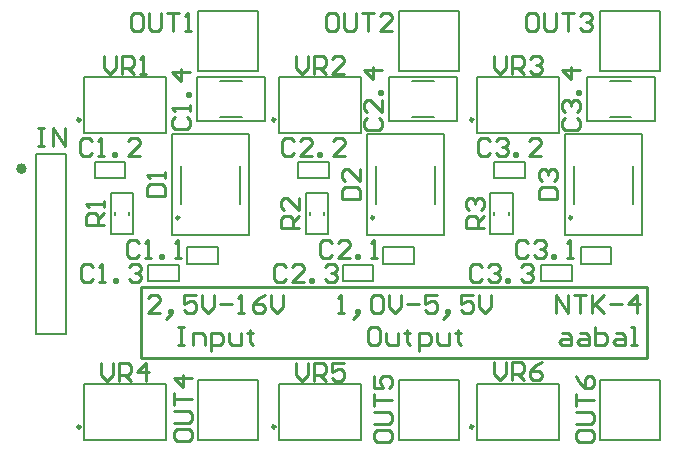
<source format=gto>
G04*
G04 #@! TF.GenerationSoftware,Altium Limited,Altium Designer,18.0.9 (584)*
G04*
G04 Layer_Color=65535*
%FSLAX43Y43*%
%MOMM*%
G71*
G01*
G75*
%ADD10C,0.300*%
%ADD11C,0.500*%
%ADD12C,0.250*%
%ADD13C,0.127*%
%ADD14C,0.200*%
%ADD15C,0.254*%
D10*
X39465Y2000D02*
G03*
X39465Y2000I-100J0D01*
G01*
X6215Y28000D02*
G03*
X6215Y28000I-100J0D01*
G01*
X22715Y2000D02*
G03*
X22715Y2000I-100J0D01*
G01*
X6215Y2000D02*
G03*
X6215Y2000I-100J0D01*
G01*
X22715Y28000D02*
G03*
X22715Y28000I-100J0D01*
G01*
X39465D02*
G03*
X39465Y28000I-100J0D01*
G01*
D11*
X1450Y23850D02*
G03*
X1450Y23850I-200J0D01*
G01*
D12*
X31100Y19700D02*
G03*
X31100Y19700I-125J0D01*
G01*
X14600Y19700D02*
G03*
X14600Y19700I-125J0D01*
G01*
X47850Y19700D02*
G03*
X47850Y19700I-125J0D01*
G01*
D13*
X39835Y880D02*
Y5580D01*
X46745D01*
Y880D02*
Y5580D01*
X39835Y880D02*
X46745D01*
X24700Y24450D02*
X27300D01*
X24700Y23050D02*
Y24450D01*
Y23050D02*
X27300D01*
Y24450D01*
X15300Y15800D02*
X17900D01*
Y17200D01*
X15300D02*
X17900D01*
X15300Y15800D02*
Y17200D01*
X7450Y24450D02*
X10050D01*
X7450Y23050D02*
Y24450D01*
Y23050D02*
X10050D01*
Y24450D01*
X11950Y14300D02*
Y15700D01*
X14550D01*
Y14300D02*
Y15700D01*
X11950Y14300D02*
X14550D01*
X31900Y15800D02*
Y17200D01*
X34500D01*
Y15800D02*
Y17200D01*
X31900Y15800D02*
X34500D01*
X28450Y14300D02*
X31050D01*
Y15700D01*
X28450D02*
X31050D01*
X28450Y14300D02*
Y15700D01*
X48600Y15800D02*
X51200D01*
Y17200D01*
X48600D02*
X51200D01*
X48600Y15800D02*
Y17200D01*
X41250Y24450D02*
X43850D01*
X41250Y23050D02*
Y24450D01*
Y23050D02*
X43850D01*
Y24450D01*
X45250Y14300D02*
Y15700D01*
X47850D01*
Y14300D02*
Y15700D01*
X45250Y14300D02*
X47850D01*
X16150Y27850D02*
X21850D01*
X16150D02*
Y31650D01*
X21850Y27850D02*
Y31650D01*
X16150D02*
X21850D01*
X49150Y27850D02*
X54850D01*
X49150D02*
Y31650D01*
X54850Y27850D02*
Y31650D01*
X49150D02*
X54850D01*
X6585Y26880D02*
X13495D01*
Y31580D01*
X6585D02*
X13495D01*
X6585Y26880D02*
Y31580D01*
X23085Y880D02*
Y5580D01*
X29995D01*
Y880D02*
Y5580D01*
X23085Y880D02*
X29995D01*
X40950Y18350D02*
Y21750D01*
X42850D01*
X40950Y18350D02*
X42850D01*
Y21750D01*
X30500Y18250D02*
Y26750D01*
X37000D01*
Y18250D02*
Y26750D01*
X30500Y18250D02*
X37000D01*
X6585Y880D02*
Y5580D01*
X13495D01*
Y880D02*
Y5580D01*
X6585Y880D02*
X13495D01*
X32400Y27850D02*
X38100D01*
X32400D02*
Y31650D01*
X38100Y27850D02*
Y31650D01*
X32400D02*
X38100D01*
X25300Y18350D02*
Y21750D01*
X27200D01*
X25300Y18350D02*
X27200D01*
Y21750D01*
X23085Y26880D02*
Y31580D01*
X29995D01*
Y26880D02*
Y31580D01*
X23085Y26880D02*
X29995D01*
X14000Y18250D02*
Y26750D01*
X20500D01*
Y18250D02*
Y26750D01*
X14000Y18250D02*
X20500D01*
X8800Y18350D02*
Y21750D01*
X10700D01*
X8800Y18350D02*
X10700D01*
Y21750D01*
X39835Y26880D02*
Y31580D01*
X46745D01*
Y26880D02*
Y31580D01*
X39835Y26880D02*
X46745D01*
X47250Y18250D02*
Y26750D01*
X53750D01*
Y18250D02*
Y26750D01*
X47250Y18250D02*
X53750D01*
D14*
X16230Y5997D02*
X21310D01*
X16230Y916D02*
Y5997D01*
X21310Y916D02*
Y5997D01*
X16230Y916D02*
X21310D01*
X50230Y5997D02*
X55310D01*
X50230Y916D02*
Y5997D01*
X55310Y916D02*
Y5997D01*
X50230Y916D02*
X55310D01*
X33230Y5997D02*
X38310D01*
X33230Y916D02*
Y5997D01*
X38310Y916D02*
Y5997D01*
X33230Y916D02*
X38310D01*
X50230Y37160D02*
X55310D01*
X50230Y32080D02*
Y37160D01*
X55310Y32080D02*
Y37160D01*
X50230Y32080D02*
X55310D01*
X33230Y37160D02*
X38310D01*
X33230Y32080D02*
Y37160D01*
X38310Y32080D02*
Y37160D01*
X33230Y32080D02*
X38310D01*
X16230Y37160D02*
X21310D01*
X16230Y32080D02*
Y37160D01*
X21310Y32080D02*
Y37160D01*
X16230Y32080D02*
X21310D01*
X18100Y28225D02*
X19900D01*
X18100Y31275D02*
X19900D01*
X51100Y28225D02*
X52900D01*
X51100Y31275D02*
X52900D01*
X41300Y19950D02*
Y20150D01*
X42500Y19950D02*
Y20150D01*
X31250Y20900D02*
Y24100D01*
X36250Y20900D02*
Y24100D01*
X34350Y28225D02*
X36150D01*
X34350Y31275D02*
X36150D01*
X25650Y19950D02*
Y20150D01*
X26850Y19950D02*
Y20150D01*
X2480Y9880D02*
X5020D01*
X2480Y25120D02*
X5020D01*
Y9880D02*
Y25120D01*
X2480Y9880D02*
Y25120D01*
X14750Y20900D02*
Y24100D01*
X19750Y20900D02*
Y24100D01*
X9150Y19950D02*
Y20150D01*
X10350Y19950D02*
Y20150D01*
X48000Y20900D02*
Y24100D01*
X53000Y20900D02*
Y24100D01*
D15*
X54250Y7857D02*
Y13831D01*
X11400Y7857D02*
X54250Y7857D01*
X11400Y7857D02*
Y13831D01*
X54250D01*
X46500Y11650D02*
Y13174D01*
X47516Y11650D01*
Y13174D01*
X48024D02*
X49039D01*
X48531D01*
Y11650D01*
X49547Y13174D02*
Y11650D01*
Y12158D01*
X50563Y13174D01*
X49801Y12412D01*
X50563Y11650D01*
X51071Y12412D02*
X52086D01*
X53356Y11650D02*
Y13174D01*
X52594Y12412D01*
X53610D01*
X47008Y9916D02*
X47516D01*
X47770Y9662D01*
Y8900D01*
X47008D01*
X46754Y9154D01*
X47008Y9408D01*
X47770D01*
X48531Y9916D02*
X49039D01*
X49293Y9662D01*
Y8900D01*
X48531D01*
X48277Y9154D01*
X48531Y9408D01*
X49293D01*
X49801Y10424D02*
Y8900D01*
X50563D01*
X50817Y9154D01*
Y9408D01*
Y9662D01*
X50563Y9916D01*
X49801D01*
X51578D02*
X52086D01*
X52340Y9662D01*
Y8900D01*
X51578D01*
X51324Y9154D01*
X51578Y9408D01*
X52340D01*
X52848Y8900D02*
X53356D01*
X53102D01*
Y10424D01*
X52848D01*
X28088Y11650D02*
X28596D01*
X28342D01*
Y13174D01*
X28088Y12920D01*
X29612Y11396D02*
X29866Y11650D01*
Y11904D01*
X29612D01*
Y11650D01*
X29866D01*
X29612Y11396D01*
X29358Y11142D01*
X30881Y12920D02*
X31135Y13174D01*
X31643D01*
X31897Y12920D01*
Y11904D01*
X31643Y11650D01*
X31135D01*
X30881Y11904D01*
Y12920D01*
X32405Y13174D02*
Y12158D01*
X32913Y11650D01*
X33421Y12158D01*
Y13174D01*
X33928Y12412D02*
X34944D01*
X36468Y13174D02*
X35452D01*
Y12412D01*
X35960Y12666D01*
X36214D01*
X36468Y12412D01*
Y11904D01*
X36214Y11650D01*
X35706D01*
X35452Y11904D01*
X37229Y11396D02*
X37483Y11650D01*
Y11904D01*
X37229D01*
Y11650D01*
X37483D01*
X37229Y11396D01*
X36975Y11142D01*
X39515Y13174D02*
X38499D01*
Y12412D01*
X39007Y12666D01*
X39261D01*
X39515Y12412D01*
Y11904D01*
X39261Y11650D01*
X38753D01*
X38499Y11904D01*
X40022Y13174D02*
Y12158D01*
X40530Y11650D01*
X41038Y12158D01*
Y13174D01*
X31389Y10424D02*
X30881D01*
X30627Y10170D01*
Y9154D01*
X30881Y8900D01*
X31389D01*
X31643Y9154D01*
Y10170D01*
X31389Y10424D01*
X32151Y9916D02*
Y9154D01*
X32405Y8900D01*
X33167D01*
Y9916D01*
X33928Y10170D02*
Y9916D01*
X33674D01*
X34182D01*
X33928D01*
Y9154D01*
X34182Y8900D01*
X34944Y8392D02*
Y9916D01*
X35706D01*
X35960Y9662D01*
Y9154D01*
X35706Y8900D01*
X34944D01*
X36468Y9916D02*
Y9154D01*
X36721Y8900D01*
X37483D01*
Y9916D01*
X38245Y10170D02*
Y9916D01*
X37991D01*
X38499D01*
X38245D01*
Y9154D01*
X38499Y8900D01*
X14539Y10424D02*
X15047D01*
X14793D01*
Y8900D01*
X14539D01*
X15047D01*
X15809D02*
Y9916D01*
X16571D01*
X16824Y9662D01*
Y8900D01*
X17332Y8392D02*
Y9916D01*
X18094D01*
X18348Y9662D01*
Y9154D01*
X18094Y8900D01*
X17332D01*
X18856Y9916D02*
Y9154D01*
X19110Y8900D01*
X19871D01*
Y9916D01*
X20633Y10170D02*
Y9916D01*
X20379D01*
X20887D01*
X20633D01*
Y9154D01*
X20887Y8900D01*
X13016Y11650D02*
X12000D01*
X13016Y12666D01*
Y12920D01*
X12762Y13174D01*
X12254D01*
X12000Y12920D01*
X13777Y11396D02*
X14031Y11650D01*
Y11904D01*
X13777D01*
Y11650D01*
X14031D01*
X13777Y11396D01*
X13524Y11142D01*
X16063Y13174D02*
X15047D01*
Y12412D01*
X15555Y12666D01*
X15809D01*
X16063Y12412D01*
Y11904D01*
X15809Y11650D01*
X15301D01*
X15047Y11904D01*
X16571Y13174D02*
Y12158D01*
X17078Y11650D01*
X17586Y12158D01*
Y13174D01*
X18094Y12412D02*
X19110D01*
X19618Y11650D02*
X20125D01*
X19871D01*
Y13174D01*
X19618Y12920D01*
X21903Y13174D02*
X21395Y12920D01*
X20887Y12412D01*
Y11904D01*
X21141Y11650D01*
X21649D01*
X21903Y11904D01*
Y12158D01*
X21649Y12412D01*
X20887D01*
X22411Y13174D02*
Y12158D01*
X22918Y11650D01*
X23426Y12158D01*
Y13174D01*
X41250Y7462D02*
Y6446D01*
X41758Y5938D01*
X42266Y6446D01*
Y7462D01*
X42774Y5938D02*
Y7462D01*
X43535D01*
X43789Y7208D01*
Y6700D01*
X43535Y6446D01*
X42774D01*
X43281D02*
X43789Y5938D01*
X45313Y7462D02*
X44805Y7208D01*
X44297Y6700D01*
Y6192D01*
X44551Y5938D01*
X45059D01*
X45313Y6192D01*
Y6446D01*
X45059Y6700D01*
X44297D01*
X8275Y33426D02*
Y32410D01*
X8783Y31902D01*
X9291Y32410D01*
Y33426D01*
X9799Y31902D02*
Y33426D01*
X10560D01*
X10814Y33172D01*
Y32664D01*
X10560Y32410D01*
X9799D01*
X10306D02*
X10814Y31902D01*
X11322D02*
X11830D01*
X11576D01*
Y33426D01*
X11322Y33172D01*
X48205Y1499D02*
Y991D01*
X48459Y737D01*
X49475D01*
X49729Y991D01*
Y1499D01*
X49475Y1753D01*
X48459D01*
X48205Y1499D01*
Y2261D02*
X49475D01*
X49729Y2514D01*
Y3022D01*
X49475Y3276D01*
X48205D01*
Y3784D02*
Y4800D01*
Y4292D01*
X49729D01*
X48205Y6323D02*
X48459Y5815D01*
X48967Y5308D01*
X49475D01*
X49729Y5561D01*
Y6069D01*
X49475Y6323D01*
X49221D01*
X48967Y6069D01*
Y5308D01*
X31105Y1500D02*
Y992D01*
X31359Y738D01*
X32375D01*
X32629Y992D01*
Y1500D01*
X32375Y1753D01*
X31359D01*
X31105Y1500D01*
Y2261D02*
X32375D01*
X32629Y2515D01*
Y3023D01*
X32375Y3277D01*
X31105D01*
Y3785D02*
Y4800D01*
Y4293D01*
X32629D01*
X31105Y6324D02*
Y5308D01*
X31867D01*
X31613Y5816D01*
Y6070D01*
X31867Y6324D01*
X32375D01*
X32629Y6070D01*
Y5562D01*
X32375Y5308D01*
X14205Y1524D02*
Y1016D01*
X14459Y762D01*
X15475D01*
X15729Y1016D01*
Y1524D01*
X15475Y1778D01*
X14459D01*
X14205Y1524D01*
Y2286D02*
X15475D01*
X15729Y2540D01*
Y3047D01*
X15475Y3301D01*
X14205D01*
Y3809D02*
Y4825D01*
Y4317D01*
X15729D01*
Y6094D02*
X14205D01*
X14967Y5333D01*
Y6348D01*
X44762Y37024D02*
X44254D01*
X44000Y36770D01*
Y35754D01*
X44254Y35500D01*
X44762D01*
X45016Y35754D01*
Y36770D01*
X44762Y37024D01*
X45524D02*
Y35754D01*
X45778Y35500D01*
X46286D01*
X46540Y35754D01*
Y37024D01*
X47048D02*
X48063D01*
X47555D01*
Y35500D01*
X48571Y36770D02*
X48825Y37024D01*
X49333D01*
X49587Y36770D01*
Y36516D01*
X49333Y36262D01*
X49079D01*
X49333D01*
X49587Y36008D01*
Y35754D01*
X49333Y35500D01*
X48825D01*
X48571Y35754D01*
X27763Y37024D02*
X27255D01*
X27001Y36770D01*
Y35754D01*
X27255Y35500D01*
X27763D01*
X28017Y35754D01*
Y36770D01*
X27763Y37024D01*
X28525D02*
Y35754D01*
X28779Y35500D01*
X29286D01*
X29540Y35754D01*
Y37024D01*
X30048D02*
X31064D01*
X30556D01*
Y35500D01*
X32587D02*
X31572D01*
X32587Y36516D01*
Y36770D01*
X32333Y37024D01*
X31826D01*
X31572Y36770D01*
X11287Y37024D02*
X10779D01*
X10525Y36770D01*
Y35754D01*
X10779Y35500D01*
X11287D01*
X11541Y35754D01*
Y36770D01*
X11287Y37024D01*
X12049D02*
Y35754D01*
X12303Y35500D01*
X12811D01*
X13065Y35754D01*
Y37024D01*
X13572D02*
X14588D01*
X14080D01*
Y35500D01*
X15096D02*
X15604D01*
X15350D01*
Y37024D01*
X15096Y36770D01*
X28403Y21245D02*
X29926D01*
Y22007D01*
X29672Y22261D01*
X28657D01*
X28403Y22007D01*
Y21245D01*
X29926Y23784D02*
Y22768D01*
X28911Y23784D01*
X28657D01*
X28403Y23530D01*
Y23022D01*
X28657Y22768D01*
X40372Y18790D02*
X38848D01*
Y19552D01*
X39102Y19806D01*
X39610D01*
X39864Y19552D01*
Y18790D01*
Y19298D02*
X40372Y19806D01*
X39102Y20314D02*
X38848Y20568D01*
Y21075D01*
X39102Y21329D01*
X39356D01*
X39610Y21075D01*
Y20822D01*
Y21075D01*
X39864Y21329D01*
X40118D01*
X40372Y21075D01*
Y20568D01*
X40118Y20314D01*
X40951Y26196D02*
X40697Y26450D01*
X40190D01*
X39936Y26196D01*
Y25180D01*
X40190Y24926D01*
X40697D01*
X40951Y25180D01*
X41459Y26196D02*
X41713Y26450D01*
X42221D01*
X42475Y26196D01*
Y25942D01*
X42221Y25688D01*
X41967D01*
X42221D01*
X42475Y25434D01*
Y25180D01*
X42221Y24926D01*
X41713D01*
X41459Y25180D01*
X42983Y24926D02*
Y25180D01*
X43237D01*
Y24926D01*
X42983D01*
X45268D02*
X44252D01*
X45268Y25942D01*
Y26196D01*
X45014Y26450D01*
X44506D01*
X44252Y26196D01*
X24500Y33426D02*
Y32410D01*
X25008Y31902D01*
X25516Y32410D01*
Y33426D01*
X26024Y31902D02*
Y33426D01*
X26785D01*
X27039Y33172D01*
Y32664D01*
X26785Y32410D01*
X26024D01*
X26531D02*
X27039Y31902D01*
X28563D02*
X27547D01*
X28563Y32918D01*
Y33172D01*
X28309Y33426D01*
X27801D01*
X27547Y33172D01*
X24500Y7412D02*
Y6396D01*
X25008Y5888D01*
X25516Y6396D01*
Y7412D01*
X26024Y5888D02*
Y7412D01*
X26785D01*
X27039Y7158D01*
Y6650D01*
X26785Y6396D01*
X26024D01*
X26531D02*
X27039Y5888D01*
X28563Y7412D02*
X27547D01*
Y6650D01*
X28055Y6904D01*
X28309D01*
X28563Y6650D01*
Y6142D01*
X28309Y5888D01*
X27801D01*
X27547Y6142D01*
X8021Y7412D02*
Y6396D01*
X8529Y5888D01*
X9037Y6396D01*
Y7412D01*
X9545Y5888D02*
Y7412D01*
X10306D01*
X10560Y7158D01*
Y6650D01*
X10306Y6396D01*
X9545D01*
X10052D02*
X10560Y5888D01*
X11830D02*
Y7412D01*
X11068Y6650D01*
X12084D01*
X41250Y33426D02*
Y32410D01*
X41758Y31902D01*
X42266Y32410D01*
Y33426D01*
X42774Y31902D02*
Y33426D01*
X43535D01*
X43789Y33172D01*
Y32664D01*
X43535Y32410D01*
X42774D01*
X43281D02*
X43789Y31902D01*
X44297Y33172D02*
X44551Y33426D01*
X45059D01*
X45313Y33172D01*
Y32918D01*
X45059Y32664D01*
X44805D01*
X45059D01*
X45313Y32410D01*
Y32156D01*
X45059Y31902D01*
X44551D01*
X44297Y32156D01*
X24787Y18843D02*
X23264D01*
Y19605D01*
X23518Y19859D01*
X24026D01*
X24280Y19605D01*
Y18843D01*
Y19351D02*
X24787Y19859D01*
Y21383D02*
Y20367D01*
X23772Y21383D01*
X23518D01*
X23264Y21129D01*
Y20621D01*
X23518Y20367D01*
X8217Y19044D02*
X6694D01*
Y19806D01*
X6948Y20059D01*
X7456D01*
X7709Y19806D01*
Y19044D01*
Y19552D02*
X8217Y20059D01*
Y20567D02*
Y21075D01*
Y20821D01*
X6694D01*
X6948Y20567D01*
X45050Y21245D02*
X46573D01*
Y22007D01*
X46319Y22261D01*
X45304D01*
X45050Y22007D01*
Y21245D01*
X45304Y22768D02*
X45050Y23022D01*
Y23530D01*
X45304Y23784D01*
X45558D01*
X45812Y23530D01*
Y23276D01*
Y23530D01*
X46065Y23784D01*
X46319D01*
X46573Y23530D01*
Y23022D01*
X46319Y22768D01*
X11875Y21499D02*
X13398D01*
Y22261D01*
X13144Y22515D01*
X12129D01*
X11875Y22261D01*
Y21499D01*
X13398Y23022D02*
Y23530D01*
Y23276D01*
X11875D01*
X12129Y23022D01*
X47303Y28139D02*
X47049Y27885D01*
Y27377D01*
X47303Y27123D01*
X48318D01*
X48572Y27377D01*
Y27885D01*
X48318Y28139D01*
X47303Y28647D02*
X47049Y28900D01*
Y29408D01*
X47303Y29662D01*
X47557D01*
X47811Y29408D01*
Y29154D01*
Y29408D01*
X48065Y29662D01*
X48318D01*
X48572Y29408D01*
Y28900D01*
X48318Y28647D01*
X48572Y30170D02*
X48318D01*
Y30424D01*
X48572D01*
Y30170D01*
Y32201D02*
X47049D01*
X47811Y31440D01*
Y32455D01*
X40245Y15520D02*
X39991Y15774D01*
X39483D01*
X39229Y15520D01*
Y14504D01*
X39483Y14250D01*
X39991D01*
X40245Y14504D01*
X40752Y15520D02*
X41006Y15774D01*
X41514D01*
X41768Y15520D01*
Y15266D01*
X41514Y15012D01*
X41260D01*
X41514D01*
X41768Y14758D01*
Y14504D01*
X41514Y14250D01*
X41006D01*
X40752Y14504D01*
X42276Y14250D02*
Y14504D01*
X42530D01*
Y14250D01*
X42276D01*
X43545Y15520D02*
X43799Y15774D01*
X44307D01*
X44561Y15520D01*
Y15266D01*
X44307Y15012D01*
X44053D01*
X44307D01*
X44561Y14758D01*
Y14504D01*
X44307Y14250D01*
X43799D01*
X43545Y14504D01*
X44153Y17520D02*
X43899Y17774D01*
X43392D01*
X43138Y17520D01*
Y16504D01*
X43392Y16250D01*
X43899D01*
X44153Y16504D01*
X44661Y17520D02*
X44915Y17774D01*
X45423D01*
X45677Y17520D01*
Y17266D01*
X45423Y17012D01*
X45169D01*
X45423D01*
X45677Y16758D01*
Y16504D01*
X45423Y16250D01*
X44915D01*
X44661Y16504D01*
X46185Y16250D02*
Y16504D01*
X46439D01*
Y16250D01*
X46185D01*
X47454D02*
X47962D01*
X47708D01*
Y17774D01*
X47454Y17520D01*
X30548Y28139D02*
X30294Y27885D01*
Y27377D01*
X30548Y27123D01*
X31563D01*
X31817Y27377D01*
Y27885D01*
X31563Y28139D01*
X31817Y29662D02*
Y28647D01*
X30802Y29662D01*
X30548D01*
X30294Y29408D01*
Y28900D01*
X30548Y28647D01*
X31817Y30170D02*
X31563D01*
Y30424D01*
X31817D01*
Y30170D01*
Y32201D02*
X30294D01*
X31055Y31440D01*
Y32455D01*
X23634Y15520D02*
X23381Y15774D01*
X22873D01*
X22619Y15520D01*
Y14504D01*
X22873Y14250D01*
X23381D01*
X23634Y14504D01*
X25158Y14250D02*
X24142D01*
X25158Y15266D01*
Y15520D01*
X24904Y15774D01*
X24396D01*
X24142Y15520D01*
X25666Y14250D02*
Y14504D01*
X25920D01*
Y14250D01*
X25666D01*
X26935Y15520D02*
X27189Y15774D01*
X27697D01*
X27951Y15520D01*
Y15266D01*
X27697Y15012D01*
X27443D01*
X27697D01*
X27951Y14758D01*
Y14504D01*
X27697Y14250D01*
X27189D01*
X26935Y14504D01*
X24347Y26196D02*
X24093Y26450D01*
X23585D01*
X23331Y26196D01*
Y25180D01*
X23585Y24926D01*
X24093D01*
X24347Y25180D01*
X25870Y24926D02*
X24854D01*
X25870Y25942D01*
Y26196D01*
X25616Y26450D01*
X25108D01*
X24854Y26196D01*
X26378Y24926D02*
Y25180D01*
X26632D01*
Y24926D01*
X26378D01*
X28663D02*
X27647D01*
X28663Y25942D01*
Y26196D01*
X28409Y26450D01*
X27901D01*
X27647Y26196D01*
X27548Y17520D02*
X27294Y17774D01*
X26787D01*
X26533Y17520D01*
Y16504D01*
X26787Y16250D01*
X27294D01*
X27548Y16504D01*
X29072Y16250D02*
X28056D01*
X29072Y17266D01*
Y17520D01*
X28818Y17774D01*
X28310D01*
X28056Y17520D01*
X29580Y16250D02*
Y16504D01*
X29834D01*
Y16250D01*
X29580D01*
X30849D02*
X31357D01*
X31103D01*
Y17774D01*
X30849Y17520D01*
X14265Y28239D02*
X14011Y27985D01*
Y27477D01*
X14265Y27223D01*
X15280D01*
X15534Y27477D01*
Y27985D01*
X15280Y28239D01*
X15534Y28747D02*
Y29254D01*
Y29000D01*
X14011D01*
X14265Y28747D01*
X15534Y30016D02*
X15280D01*
Y30270D01*
X15534D01*
Y30016D01*
Y32047D02*
X14011D01*
X14773Y31286D01*
Y32301D01*
X7335Y15520D02*
X7081Y15774D01*
X6573D01*
X6319Y15520D01*
Y14504D01*
X6573Y14250D01*
X7081D01*
X7335Y14504D01*
X7843Y14250D02*
X8351D01*
X8097D01*
Y15774D01*
X7843Y15520D01*
X9112Y14250D02*
Y14504D01*
X9366D01*
Y14250D01*
X9112D01*
X10382Y15520D02*
X10636Y15774D01*
X11144D01*
X11398Y15520D01*
Y15266D01*
X11144Y15012D01*
X10890D01*
X11144D01*
X11398Y14758D01*
Y14504D01*
X11144Y14250D01*
X10636D01*
X10382Y14504D01*
X7247Y26175D02*
X6993Y26429D01*
X6485D01*
X6232Y26175D01*
Y25159D01*
X6485Y24905D01*
X6993D01*
X7247Y25159D01*
X7755Y24905D02*
X8263D01*
X8009D01*
Y26429D01*
X7755Y26175D01*
X9025Y24905D02*
Y25159D01*
X9279D01*
Y24905D01*
X9025D01*
X11310D02*
X10294D01*
X11310Y25921D01*
Y26175D01*
X11056Y26429D01*
X10548D01*
X10294Y26175D01*
X11198Y17520D02*
X10945Y17774D01*
X10437D01*
X10183Y17520D01*
Y16504D01*
X10437Y16250D01*
X10945D01*
X11198Y16504D01*
X11706Y16250D02*
X12214D01*
X11960D01*
Y17774D01*
X11706Y17520D01*
X12976Y16250D02*
Y16504D01*
X13230D01*
Y16250D01*
X12976D01*
X14245D02*
X14753D01*
X14499D01*
Y17774D01*
X14245Y17520D01*
X2650Y27315D02*
X3158D01*
X2904D01*
Y25792D01*
X2650D01*
X3158D01*
X3920D02*
Y27315D01*
X4935Y25792D01*
Y27315D01*
M02*

</source>
